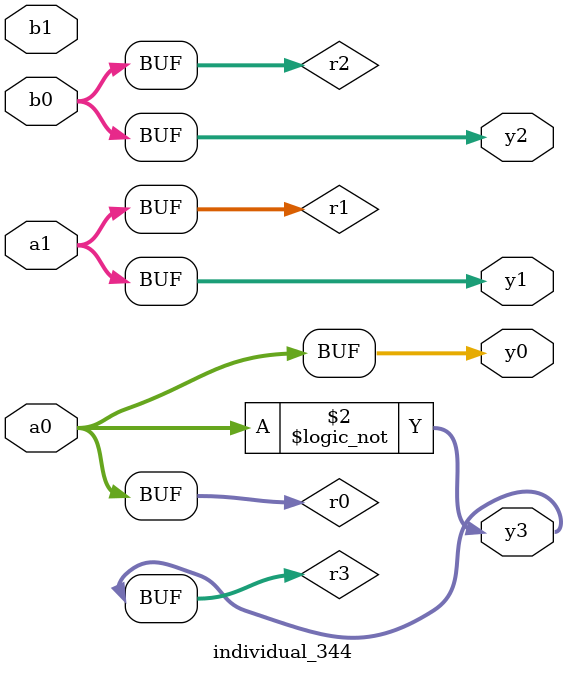
<source format=sv>
module individual_344(input logic [15:0] a1, input logic [15:0] a0, input logic [15:0] b1, input logic [15:0] b0, output logic [15:0] y3, output logic [15:0] y2, output logic [15:0] y1, output logic [15:0] y0);
logic [15:0] r0, r1, r2, r3; 
 always@(*) begin 
	 r0 = a0; r1 = a1; r2 = b0; r3 = b1; 
 	 r3 = ! a0 ;
 	 y3 = r3; y2 = r2; y1 = r1; y0 = r0; 
end
endmodule
</source>
